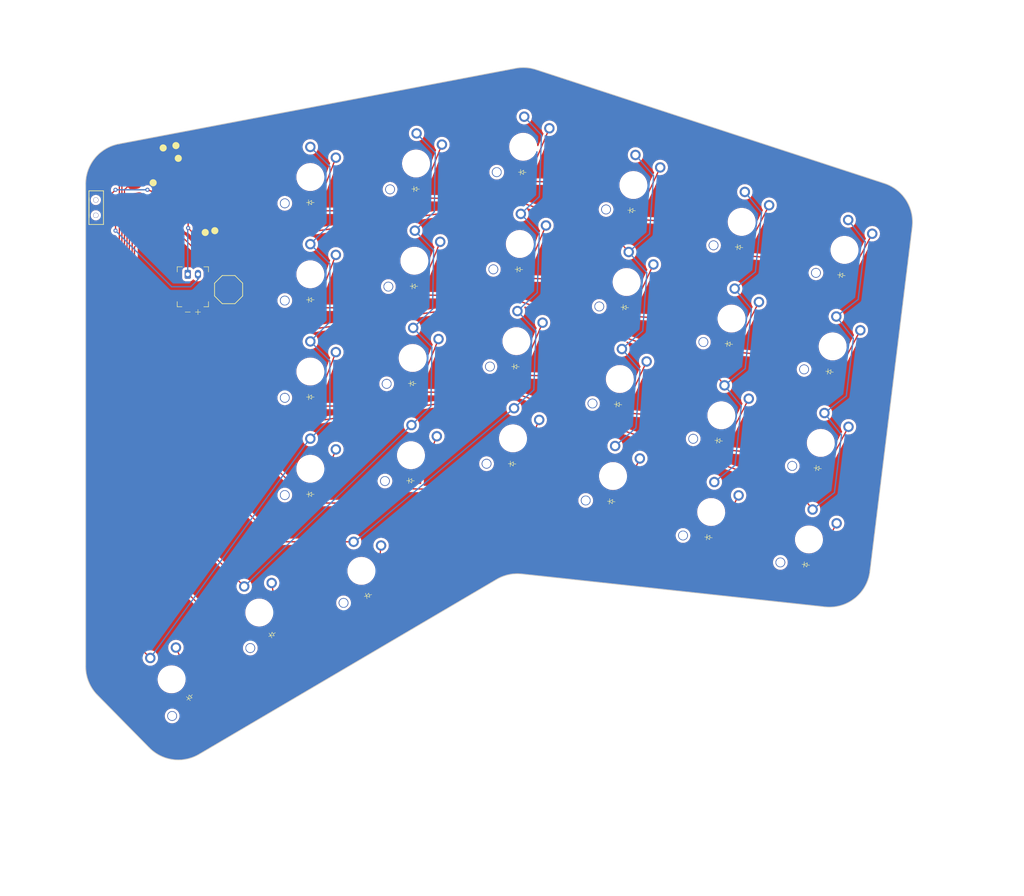
<source format=kicad_pcb>
(kicad_pcb (version 20241229) (generator "pcbnew") (generator_version "9.0")
  (title_block (title "biggie-splays_choc_v2_right") (rev "v1.0.0") (company "Unknown"))
  (layers (0 "F.Cu" signal) (2 "B.Cu" signal) (13 "F.Paste" user) (15 "B.Paste" user) (5 "F.SilkS" user "F.Silkscreen") (7 "B.SilkS" user "B.Silkscreen") (1 "F.Mask" user) (3 "B.Mask" user) (25 "Edge.Cuts" user))
  (net 0 "")
  (net 1 "D5")
  (net 2 "mirror_stretch_bottom")
  (net 3 "GND")
  (net 4 "D1")
  (net 5 "D2")
  (net 6 "mirror_stretch_home")
  (net 7 "mirror_stretch_high")
  (net 8 "mirror_stretch_num")
  (net 9 "D7")
  (net 10 "mirror_pinky_bottom")
  (net 11 "mirror_pinky_home")
  (net 12 "mirror_pinky_high")
  (net 13 "mirror_pinky_num")
  (net 14 "D9")
  (net 15 "mirror_ring_bottom")
  (net 16 "mirror_ring_home")
  (net 17 "mirror_ring_high")
  (net 18 "mirror_ring_num")
  (net 19 "D3")
  (net 20 "mirror_middle_bottom")
  (net 21 "mirror_middle_home")
  (net 22 "mirror_middle_high")
  (net 23 "mirror_middle_num")
  (net 24 "mirror_index_bottom")
  (net 25 "mirror_index_home")
  (net 26 "mirror_index_high")
  (net 27 "mirror_index_num")
  (net 28 "D0")
  (net 29 "mirror_inner_bottom")
  (net 30 "mirror_inner_home")
  (net 31 "mirror_inner_high")
  (net 32 "mirror_inner_num")
  (net 33 "mirror_near_fan")
  (net 34 "mirror_mid_fan")
  (net 35 "mirror_far_fan")
  (net 36 "D4")
  (net 37 "D6")
  (net 38 "D8")
  (net 39 "D10")
  (net 40 "RAW3V3")
  (net 41 "RAW5V")
  (net 42 "RST")
  (net 43 "BAT")
  (net 44 "BATCON")
  (footprint "E73:SPDT_C128955" (layer "F.Cu") (at 143.25801 90.679389 90)
    (property "Reference" "T1" (hide yes))
    (property "Value" "" (hide yes))
  )
  (footprint "E73:SW_TACT_ALPS_SKQGABE010" (layer "F.Cu") (at 169.258009 106.729392 90)
    (property "Reference" "B1" (hide yes))
    (property "Value" "" (hide yes))
  )
  (footprint "ceoloide:diode_tht_sod123" (layer "F.Cu") (at 246.826442 110.232611 -4)
    (property "Reference" "D11" (hide yes))
    (property "Value" "")
  )
  (footprint "ceoloide:diode_tht_sod123" (layer "F.Cu") (at 267.196008 117.380806 -6)
    (property "Reference" "D7" (hide yes))
    (property "Value" "")
  )
  (footprint "ceoloide:diode_tht_sod123" (layer "F.Cu") (at 265.204742 136.326447 -6)
    (property "Reference" "D6" (hide yes))
    (property "Value" "")
  )
  (footprint "ceoloide:diode_tht_sod123" (layer "F.Cu") (at 263.213478 155.272089 -6)
    (property "Reference" "D5" (hide yes))
    (property "Value" "")
  )
  (footprint "ceoloide:diode_tht_sod123" (layer "F.Cu") (at 185.258007 108.729392)
    (property "Reference" "D23" (hide yes))
    (property "Value" "")
  )
  (footprint "ceoloide:diode_tht_sod123" (layer "F.Cu") (at 177.759047 174.322073 30)
    (property "Reference" "D26" (hide yes))
    (property "Value" "")
  )
  (footprint "ceoloide:diode_tht_sod123" (layer "F.Cu") (at 225.425214 121.826536 -2)
    (property "Reference" "D14" (hide yes))
    (property "Value" "")
  )
  (footprint "ceoloide:diode_tht_sod123" (layer "F.Cu") (at 205.86752 87.030731 -1)
    (property "Reference" "D20" (hide yes))
    (property "Value" "")
  )
  (footprint "ceoloide:diode_tht_sod123" (layer "F.Cu") (at 282.264696 160.634582 -7)
    (property "Reference" "D1" (hide yes))
    (property "Value" "")
  )
  (footprint "ceoloide:diode_tht_sod123" (layer "F.Cu") (at 185.258007 89.679389)
    (property "Reference" "D24" (hide yes))
    (property "Value" "")
  )
  (footprint "ceoloide:diode_tht_sod123" (layer "F.Cu") (at 226.75489 83.749745 -2)
    (property "Reference" "D16" (hide yes))
    (property "Value" "")
  )
  (footprint "ceoloide:diode_tht_sod123" (layer "F.Cu") (at 204.870112 144.172022 -1)
    (property "Reference" "D17" (hide yes))
    (property "Value" "")
  )
  (footprint "ceoloide:diode_tht_sod123" (layer "F.Cu") (at 244.16872 148.239802 -4)
    (property "Reference" "D9" (hide yes))
    (property "Value" "")
  )
  (footprint "ceoloide:diode_tht_sod123" (layer "F.Cu") (at 196.552104 166.659022 15)
    (property "Reference" "D25" (hide yes))
    (property "Value" "")
  )
  (footprint "ceoloide:diode_tht_sod123" (layer "F.Cu") (at 284.586305 141.726576 -7)
    (property "Reference" "D2" (hide yes))
    (property "Value" "")
  )
  (footprint "ceoloide:diode_tht_sod123" (layer "F.Cu") (at 205.535049 106.077829 -1)
    (property "Reference" "D19" (hide yes))
    (property "Value" "")
  )
  (footprint "ceoloide:diode_tht_sod123" (layer "F.Cu") (at 185.258011 127.779387)
    (property "Reference" "D22" (hide yes))
    (property "Value" "")
  )
  (footprint "ceoloide:battery_connector_jst_ph_2" (layer "F.Cu") (at 162.258007 103.729389)
    (property "Reference" "JST1" (hide yes))
    (property "Value" "")
  )
  (footprint "ceoloide:diode_tht_sod123" (layer "F.Cu") (at 248.155298 91.229014 -4)
    (property "Reference" "D12" (hide yes))
    (property "Value" "")
  )
  (footprint "ceoloide:diode_tht_sod123" (layer "F.Cu") (at 286.907919 122.818573 -7)
    (property "Reference" "D3" (hide yes))
    (property "Value" "")
  )
  (footprint "ceoloide:diode_tht_sod123" (layer "F.Cu") (at 185.25801 146.829392)
    (property "Reference" "D21" (hide yes))
    (property "Value" "")
  )
  (footprint "ceoloide:diode_tht_sod123" (layer "F.Cu") (at 269.187278 98.435162 -6)
    (property "Reference" "D8" (hide yes))
    (property "Value" "")
  )
  (footprint "ceoloide:diode_tht_sod123" (layer "F.Cu") (at 245.49758 129.236205 -4)
    (property "Reference" "D10" (hide yes))
    (property "Value" "")
  )
  (footprint "xiao_smd" (layer "F.Cu") (at 159.25801 87.179386 10.5)
    (property "Reference" "MCU1" (hide yes))
    (property "Value" "")
  )
  (footprint "ceoloide:diode_tht_sod123" (layer "F.Cu") (at 224.760383 140.864929 -2)
    (property "Reference" "D13" (hide yes))
    (property "Value" "")
  )
  (footprint "ceoloide:diode_tht_sod123" (layer "F.Cu") (at 205.20258 125.124928 -1)
    (property "Reference" "D18" (hide yes))
    (property "Value" "")
  )
  (footprint "ceoloide:diode_tht_sod123" (layer "F.Cu") (at 226.090052 102.788143 -2)
    (property "Reference" "D15" (hide yes))
    (property "Value" "")
  )
  (footprint "ceoloide:diode_tht_sod123" (layer "F.Cu") (at 289.229527 103.910566 -7)
    (property "Reference" "D4" (hide yes))
    (property "Value" "")
  )
  (footprint "ceoloide:diode_tht_sod123" (layer "F.Cu") (at 161.632129 186.608654 45)
    (property "Reference" "D27" (hide yes))
    (property "Value" "")
  )
  (footprint "ceoloide:switch_choc_v1_v2" (layer "B.Cu") (at 185.258009 103.729392)
    (property "Reference" "S23" (hide yes))
    (property "Value" "")
  )
  (footprint "ceoloide:switch_choc_v1_v2" (layer "B.Cu") (at 267.718652 112.4082 -6)
    (property "Reference" "S7" (hide yes))
    (property "Value" "")
  )
  (footprint "ceoloide:switch_choc_v1_v2" (layer "B.Cu") (at 285.195651 136.763847 -7)
    (property "Reference" "S2" (hide yes))
    (property "Value" "")
  )
  (footprint "ceoloide:switch_choc_v1_v2" (layer "B.Cu") (at 175.259047 169.991944 30)
    (property "Reference" "S26" (hide yes))
    (property "Value" "")
  )
  (footprint "ceoloide:switch_choc_v1_v2" (layer "B.Cu") (at 195.25801 161.829387 15)
    (property "Reference" "S25" (hide yes))
    (property "Value" "")
  )
  (footprint "ceoloide:switch_choc_v1_v2" (layer "B.Cu") (at 158.096594 183.073118 45)
    (property "Reference" "S27" (hide yes))
    (property "Value" "")
  )
  (footprint "ceoloide:switch_choc_v1_v2" (layer "B.Cu") (at 185.258006 84.679393)
    (property "Reference" "S24" (hide yes))
    (property "Value" "")
  )
  (footprint "ceoloide:switch_choc_v1_v2" (layer "B.Cu") (at 289.838875 98.947841 -7)
    (property "Reference" "S4" (hide yes))
    (property "Value" "")
  )
  (footprint "ceoloide:switch_choc_v1_v2" (layer "B.Cu") (at 205.954781 82.031492 -1)
    (property "Reference" "S20" (hide yes))
    (property "Value" "")
  )
  (footprint "ceoloide:switch_choc_v1_v2" (layer "B.Cu") (at 226.264551 97.791192 -2)
    (property "Reference" "S15" (hide yes))
    (property "Value" "")
  )
  (footprint "ceoloide:switch_choc_v1_v2" (layer "B.Cu") (at 185.25801 141.829389)
    (property "Reference" "S21" (hide yes))
    (property "Value" "")
  )
  (footprint "ceoloide:switch_choc_v1_v2" (layer "B.Cu") (at 225.599718 116.829583 -2)
    (property "Reference" "S14" (hide yes))
    (property "Value" "")
  )
  (footprint "ceoloide:switch_choc_v1_v2" (layer "B.Cu") (at 204.957377 139.172785 -1)
    (property "Reference" "S17" (hide yes))
    (property "Value" "")
  )
  (footprint "ceoloide:switch_choc_v1_v2" (layer "B.Cu") (at 269.709917 93.462548 -6)
    (property "Reference" "S8" (hide yes))
    (property "Value" "")
  )
  (footprint "ceoloide:switch_choc_v1_v2" (layer "B.Cu") (at 287.517264 117.855845 -7)
    (property "Reference" "S3" (hide yes))
    (property "Value" "")
  )
  (footprint "ceoloide:switch_choc_v1_v2" (layer "B.Cu") (at 265.727385 131.353838 -6)
    (property "Reference" "S6" (hide yes))
    (property "Value" "")
  )
  (footprint "ceoloide:switch_choc_v1_v2" (layer "B.Cu") (at 224.93488 135.867981 -2)
    (property "Reference" "S13" (hide yes))
    (property "Value" "")
  )
  (footprint "ceoloide:switch_choc_v1_v2" (layer "B.Cu") (at 248.504084 86.241195 -4)
    (property "Reference" "S12" (hide yes))
    (property "Value" "")
  )
  (footprint "ceoloide:switch_choc_v1_v2" (layer "B.Cu") (at 185.258013 122.779394)
    (property "Reference" "S22" (hide yes))
    (property "Value" "")
  )
  (footprint "ceoloide:switch_choc_v1_v2" (layer "B.Cu") (at 226.92939 78.752796 -2)
    (property "Reference" "S16" (hide yes))
    (property "Value" "")
  )
  (footprint "ceoloide:switch_choc_v1_v2" (layer "B.Cu") (at 205.289841 120.125688 -1)
    (property "Reference" "S18" (hide yes))
    (property "Value" "")
  )
  (footprint "ceoloide:switch_choc_v1_v2" (layer "B.Cu") (at 245.846365 124.248387 -4)
    (property "Reference" "S10" (hide yes))
    (property "Value" "")
  )
  (footprint "ceoloide:switch_choc_v1_v2" (layer "B.Cu") (at 282.874044 155.671851 -7)
    (property "Reference" "S1" (hide yes))
    (property "Value" "")
  )
  (footprint "ceoloide:switch_choc_v1_v2" (layer "B.Cu") (at 247.175222 105.244792 -4)
    (property "Reference" "S11" (hide yes))
    (property "Value" "")
  )
  (footprint "ceoloide:switch_choc_v1_v2" (layer "B.Cu") (at 244.517502 143.251982 -4)
    (property "Reference" "S9" (hide yes))
    (property "Value" "")
  )
  (footprint "ceoloide:switch_choc_v1_v2" (layer "B.Cu") (at 205.622308 101.078589 -1)
    (property "Reference" "S19" (hide yes))
    (property "Value" "")
  )
  (footprint "ceoloide:switch_choc_v1_v2" (layer "B.Cu") (at 263.73612 150.29948 -6)
    (property "Reference" "S5" (hide yes))
    (property "Value" "")
  )
  (gr_line (start 163.475597 197.771032) (end 221.732256 163.50795) (stroke (width 0.15)) (layer "Edge.Cuts"))
  (gr_arc (start 141.258011 86.035505) (mid 143.09407 80.935911) (end 147.759471 78.177108) (stroke (width 0.15)) (layer "Edge.Cuts"))
  (gr_arc (start 221.732256 163.50795) (mid 224.106446 162.582419) (end 226.651236 162.45043) (stroke (width 0.15)) (layer "Edge.Cuts"))
  (gr_arc (start 294.83204 161.917332) (mid 291.86112 167.211705) (end 286.028367 168.895654) (stroke (width 0.15)) (layer "Edge.Cuts"))
  (gr_arc (start 225.455928 63.360951) (mid 227.463734 63.235578) (end 229.439337 63.61505) (stroke (width 0.15)) (layer "Edge.Cuts"))
  (gr_line (start 226.651238 162.450435) (end 286.028367 168.895654) (stroke (width 0.15)) (layer "Edge.Cuts"))
  (gr_line (start 143.556892 186.164679) (end 153.718803 196.48751) (stroke (width 0.15)) (layer "Edge.Cuts"))
  (gr_line (start 141.258011 86.035505) (end 141.258008 180.552437) (stroke (width 0.15)) (layer "Edge.Cuts"))
  (gr_arc (start 163.475594 197.771032) (mid 158.376506 198.806915) (end 153.718803 196.48751) (stroke (width 0.15)) (layer "Edge.Cuts"))
  (gr_line (start 225.455931 63.360951) (end 147.759471 78.177108) (stroke (width 0.15)) (layer "Edge.Cuts"))
  (gr_arc (start 297.656118 85.906314) (mid 301.92199 89.217868) (end 303.111622 94.485573) (stroke (width 0.15)) (layer "Edge.Cuts"))
  (gr_line (start 297.656118 85.906312) (end 229.439337 63.61505) (stroke (width 0.15)) (layer "Edge.Cuts"))
  (gr_arc (start 143.556892 186.164679) (mid 141.855018 183.584847) (end 141.258008 180.552437) (stroke (width 0.15)) (layer "Edge.Cuts"))
  (gr_line (start 294.832043 161.91733) (end 303.111622 94.485573) (stroke (width 0.15)) (layer "Edge.Cuts"))
  (segment (start 174.624328 134.105547) (end 225.177469 127.000764) (width 0.25) (layer "F.Cu") (net 1))
  (segment (start 151.20989 93.562958) (end 150.377681 94.395166) (width 0.25) (layer "F.Cu") (net 1))
  (segment (start 225.177469 127.000764) (end 280.706245 146.120855) (width 0.25) (layer "F.Cu") (net 1))
  (segment (start 152.691366 93.562956) (end 151.20989 93.562958) (width 0.25) (layer "F.Cu") (net 1))
  (segment (start 150.377681 109.8589) (end 174.624328 134.105547) (width 0.25) (layer "F.Cu") (net 1))
  (segment (start 150.377682 106.829082) (end 150.377681 106.943872) (width 0.25) (layer "F.Cu") (net 1))
  (segment (start 280.706245 146.120855) (end 283.593072 149.81583) (width 0.25) (layer "F.Cu") (net 1))
  (segment (start 150.377681 106.943872) (end 150.377681 109.8589) (width 0.25) (layer "F.Cu") (net 1))
  (segment (start 150.377681 94.395166) (end 150.377682 106.829082) (width 0.25) (layer "F.Cu") (net 1))
  (segment (start 288.236294 111.999823) (end 291.578307 116.277398) (width 0.25) (layer "B.Cu") (net 1))
  (segment (start 285.914681 130.907822) (end 289.256695 135.185409) (width 0.25) (layer "B.Cu") (net 1))
  (segment (start 289.256695 135.185409) (end 287.870655 146.473807) (width 0.25) (layer "B.Cu") (net 1))
  (segment (start 293.899919 97.369401) (end 292.51388 108.657801) (width 0.25) (layer "B.Cu") (net 1))
  (segment (start 287.870655 146.473807) (end 283.59307 149.815827) (width 0.25) (layer "B.Cu") (net 1))
  (segment (start 291.578307 116.277398) (end 290.192268 127.565814) (width 0.25) (layer "B.Cu") (net 1))
  (segment (start 290.192268 127.565814) (end 285.914681 130.907822) (width 0.25) (layer "B.Cu") (net 1))
  (segment (start 292.51388 108.657801) (end 288.236294 111.999823) (width 0.25) (layer "B.Cu") (net 1))
  (segment (start 290.557903 93.091818) (end 293.899919 97.369401) (width 0.25) (layer "B.Cu") (net 1))
  (segment (start 288.299874 152.509523) (end 283.891585 160.800308) (width 0.25) (layer "F.Cu") (net 2))
  (segment (start 283.891585 160.800308) (end 283.902396 160.835664) (width 0.25) (layer "F.Cu") (net 2))
  (segment (start 161.332551 85.28792) (end 161.332551 94.671658) (width 0.25) (layer "F.Cu") (net 3))
  (segment (start 170.290288 103.629394) (end 161.332551 94.671658) (width 0.25) (layer "F.Cu") (net 3))
  (segment (start 171.108012 109.829396) (end 171.10801 103.629395) (width 0.25) (layer "F.Cu") (net 3))
  (segment (start 171.10801 103.629395) (end 171.108012 103.629391) (width 0.25) (layer "F.Cu") (net 3))
  (segment (start 165.824655 80.795816) (end 161.332551 85.28792) (width 0.25) (layer "F.Cu") (net 3))
  (segment (start 171.108012 103.629391) (end 170.290288 103.629394) (width 0.25) (layer "F.Cu") (net 3))
  (via (at 161.332551 94.671658) (size 0.8) (drill 0.4) (layers "F.Cu" "B.Cu") (net 3))
  (segment (start 161.25801 94.746197) (end 161.258007 103.729389) (width 0.25) (layer "B.Cu") (net 3))
  (segment (start 161.332551 94.671658) (end 161.25801 94.746197) (width 0.25) (layer "B.Cu") (net 3))
  (segment (start 148.367292 84.676628) (end 148.367291 87.176627) (width 0.25) (layer "F.Cu") (net 4))
  (segment (start 161.230582 188.540558) (end 160.465402 187.775375) (width 0.25) (layer "F.Cu") (net 4))
  (segment (start 149.470825 83.57309) (end 148.867288 84.176625) (width 0.25) (layer "F.Cu") (net 4))
  (segment (start 176.330106 175.147069) (end 176.330106 181.539998) (width 0.25) (layer "F.Cu") (net 4))
  (segment (start 150.839853 83.573092) (end 149.470825 83.57309) (width 0.25) (layer "F.Cu") (net 4))
  (segment (start 176.330106 181.539998) (end 169.329549 188.540554) (width 0.25) (layer "F.Cu") (net 4))
  (segment (start 148.867288 84.176625) (end 148.367292 84.676628) (width 0.25) (layer "F.Cu") (net 4))
  (segment (start 194.958325 167.08607) (end 186.897326 175.147072) (width 0.25) (layer "F.Cu") (net 4))
  (segment (start 148.367287 96.42663) (end 148.367287 153.328295) (width 0.25) (layer "F.Cu") (net 4))
  (segment (start 186.897326 175.147072) (end 176.330106 175.147069) (width 0.25) (layer "F.Cu") (net 4))
  (segment (start 148.367287 153.328295) (end 170.186061 175.147071) (width 0.25) (layer "F.Cu") (net 4))
  (segment (start 170.186061 175.147071) (end 176.330106 175.147069) (width 0.25) (layer "F.Cu") (net 4))
  (segment (start 148.367291 87.176627) (end 148.367287 96.42663) (width 0.25) (layer "F.Cu") (net 4))
  (segment (start 169.329549 188.540554) (end 161.230582 188.540558) (width 0.25) (layer "F.Cu") (net 4))
  (segment (start 148.86729 87.176627) (end 148.867285 89.176626) (width 0.25) (layer "F.Cu") (net 5))
  (segment (start 148.867294 141.440639) (end 172.309045 164.882394) (width 0.25) (layer "F.Cu") (net 5))
  (segment (start 148.867294 96.426622) (end 148.867294 141.440639) (width 0.25) (layer "F.Cu") (net 5))
  (segment (start 151.302734 86.070558) (end 149.973358 86.070556) (width 0.25) (layer "F.Cu") (net 5))
  (segment (start 148.867285 89.176626) (end 148.867294 96.426622) (width 0.25) (layer "F.Cu") (net 5))
  (segment (start 149.973358 86.070556) (end 148.86729 87.176627) (width 0.25) (layer "F.Cu") (net 5))
  (segment (start 209.064 118.028209) (end 208.861968 129.602506) (width 0.25) (layer "B.Cu") (net 5))
  (segment (start 209.194434 110.555403) (end 205.392812 114.226588) (width 0.25) (layer "B.Cu") (net 5))
  (segment (start 205.060344 133.273683) (end 172.328223 164.882727) (width 0.25) (layer "B.Cu") (net 5))
  (segment (start 172.328223 164.882727) (end 172.309046 164.882391) (width 0.25) (layer "B.Cu") (net 5))
  (segment (start 209.728934 79.934011) (end 209.526905 91.508304) (width 0.25) (layer "B.Cu") (net 5))
  (segment (start 205.725284 95.179489) (end 209.396462 98.981109) (width 0.25) (layer "B.Cu") (net 5))
  (segment (start 206.057748 76.132391) (end 209.728934 79.934011) (width 0.25) (layer "B.Cu") (net 5))
  (segment (start 209.526905 91.508304) (end 205.725284 95.179489) (width 0.25) (layer "B.Cu") (net 5))
  (segment (start 205.392812 114.226588) (end 209.064 118.028209) (width 0.25) (layer "B.Cu") (net 5))
  (segment (start 208.861968 129.602506) (end 205.060347 133.273683) (width 0.25) (layer "B.Cu") (net 5))
  (segment (start 209.396462 98.981109) (end 209.194434 110.555403) (width 0.25) (layer "B.Cu") (net 5))
  (segment (start 290.621486 133.601516) (end 286.213196 141.892303) (width 0.25) (layer "F.Cu") (net 6))
  (segment (start 286.213196 141.892303) (end 286.224004 141.927659) (width 0.25) (layer "F.Cu") (net 6))
  (segment (start 292.943094 114.693513) (end 288.534807 122.984293) (width 0.25) (layer "F.Cu") (net 7))
  (segment (start 288.534807 122.984293) (end 288.545618 123.019655) (width 0.25) (layer "F.Cu") (net 7))
  (segment (start 290.856419 104.076296) (end 290.867227 104.111652) (width 0.25) (layer "F.Cu") (net 8))
  (segment (start 295.26471 95.785511) (end 290.856419 104.076296) (width 0.25) (layer "F.Cu") (net 8))
  (segment (start 175.332549 100.476653) (end 175.33255 109.359618) (width 0.25) (layer "F.Cu") (net 9))
  (segment (start 263.352195 121.791458) (end 225.725324 108.835488) (width 0.25) (layer "F.Cu") (net 9))
  (segment (start 225.725324 108.835488) (end 187.945673 114.145074) (width 0.25) (layer "F.Cu") (net 9))
  (segment (start 266.344103 125.486159) (end 263.352195 121.791458) (width 0.25) (layer "F.Cu") (net 9))
  (segment (start 187.945673 114.145074) (end 181.082552 115.109621) (width 0.25) (layer "F.Cu") (net 9))
  (segment (start 168.139051 93.283152) (end 175.332549 100.476653) (width 0.25) (layer "F.Cu") (net 9))
  (segment (start 175.33255 109.359618) (end 181.082552 115.109621) (width 0.25) (layer "F.Cu") (net 9))
  (segment (start 268.335376 106.540515) (end 271.616331 110.592162) (width 0.25) (layer "B.Cu") (net 9))
  (segment (start 272.387019 103.259564) (end 268.335376 106.540515) (width 0.25) (layer "B.Cu") (net 9))
  (segment (start 270.39575 122.205199) (end 266.344104 125.486158) (width 0.25) (layer "B.Cu") (net 9))
  (segment (start 269.625064 129.537808) (end 268.40448 141.150843) (width 0.25) (layer "B.Cu") (net 9))
  (segment (start 270.326635 87.594869) (end 273.607598 91.646521) (width 0.25) (layer "B.Cu") (net 9))
  (segment (start 266.344104 125.486158) (end 269.625064 129.537808) (width 0.25) (layer "B.Cu") (net 9))
  (segment (start 271.616331 110.592162) (end 270.39575 122.205199) (width 0.25) (layer "B.Cu") (net 9))
  (segment (start 268.40448 141.150843) (end 264.352835 144.431803) (width 0.25) (layer "B.Cu") (net 9))
  (segment (start 273.607598 91.646521) (end 272.387019 103.259564) (width 0.25) (layer "B.Cu") (net 9))
  (segment (start 264.843012 155.409401) (end 264.854437 155.444559) (width 0.25) (layer "F.Cu") (net 10))
  (segment (start 269.105938 147.042944) (end 264.843012 155.409401) (width 0.25) (layer "F.Cu") (net 10))
  (segment (start 266.834282 136.463759) (end 266.845705 136.498919) (width 0.25) (layer "F.Cu") (net 11))
  (segment (start 271.097206 128.097302) (end 266.834282 136.463759) (width 0.25) (layer "F.Cu") (net 11))
  (segment (start 273.088477 109.151657) (end 268.825547 117.518123) (width 0.25) (layer "F.Cu") (net 12))
  (segment (start 268.825547 117.518123) (end 268.836967 117.553278) (width 0.25) (layer "F.Cu") (net 12))
  (segment (start 275.079737 90.206011) (end 270.816815 98.572474) (width 0.25) (layer "F.Cu") (net 13))
  (segment (start 270.816815 98.572474) (end 270.828238 98.607635) (width 0.25) (layer "F.Cu") (net 13))
  (segment (start 173.794958 88.288221) (end 181.45163 95.944892) (width 0.25) (layer "F.Cu") (net 14))
  (segment (start 244.569377 95.88803) (end 247.586785 99.359162) (width 0.25) (layer "F.Cu") (net 14))
  (segment (start 167.213292 88.288221) (end 173.794958 88.288221) (width 0.25) (layer "F.Cu") (net 14))
  (segment (start 181.45163 95.944892) (end 226.39175 89.62897) (width 0.25) (layer "F.Cu") (net 14))
  (segment (start 226.39175 89.62897) (end 244.569377 95.88803) (width 0.25) (layer "F.Cu") (net 14))
  (segment (start 252.459975 84.432851) (end 251.664069 95.81483) (width 0.25) (layer "B.Cu") (net 14))
  (segment (start 246.257926 118.362758) (end 249.802252 122.440042) (width 0.25) (layer "B.Cu") (net 14))
  (segment (start 251.664069 95.81483) (end 247.586783 99.359164) (width 0.25) (layer "B.Cu") (net 14))
  (segment (start 247.586783 99.359164) (end 251.131117 103.436443) (width 0.25) (layer "B.Cu") (net 14))
  (segment (start 249.006347 133.822023) (end 244.929067 137.366351) (width 0.25) (layer "B.Cu") (net 14))
  (segment (start 249.802252 122.440042) (end 249.006347 133.822023) (width 0.25) (layer "B.Cu") (net 14))
  (segment (start 251.131117 103.436443) (end 250.335204 114.818429) (width 0.25) (layer "B.Cu") (net 14))
  (segment (start 248.915649 80.355571) (end 252.459975 84.432851) (width 0.25) (layer "B.Cu") (net 14))
  (segment (start 250.335204 114.818429) (end 246.257926 118.362758) (width 0.25) (layer "B.Cu") (net 14))
  (segment (start 249.7704 139.810018) (end 245.802055 148.320161) (width 0.25) (layer "F.Cu") (net 15))
  (segment (start 245.802055 148.320161) (end 245.814699 148.3549) (width 0.25) (layer "F.Cu") (net 15))
  (segment (start 247.130916 129.316564) (end 247.143557 129.351301) (width 0.25) (layer "F.Cu") (net 16))
  (segment (start 251.099259 120.806423) (end 247.130916 129.316564) (width 0.25) (layer "F.Cu") (net 16))
  (segment (start 248.459778 110.312966) (end 248.472422 110.347712) (width 0.25) (layer "F.Cu") (net 17))
  (segment (start 252.428121 101.802833) (end 248.459778 110.312966) (width 0.25) (layer "F.Cu") (net 17))
  (segment (start 253.756978 82.79924) (end 249.788638 91.309373) (width 0.25) (layer "F.Cu") (net 18))
  (segment (start 249.788638 91.309373) (end 249.801279 91.344115) (width 0.25) (layer "F.Cu") (net 18))
  (segment (start 149.36729 89.676628) (end 149.367286 90.676627) (width 0.25) (layer "F.Cu") (net 19))
  (segment (start 149.367289 126.778299) (end 178.719416 156.130425) (width 0.25) (layer "F.Cu") (net 19))
  (segment (start 151.765608 88.568027) (end 150.475894 88.56802) (width 0.25) (layer "F.Cu") (net 19))
  (segment (start 149.367289 94.676626) (end 149.367289 126.778299) (width 0.25) (layer "F.Cu") (net 19))
  (segment (start 178.719416 156.130425) (end 193.730975 156.130425) (width 0.25) (layer "F.Cu") (net 19))
  (segment (start 150.475894 88.56802) (end 149.36729 89.676628) (width 0.25) (layer "F.Cu") (net 19))
  (segment (start 149.367286 90.676627) (end 149.367289 94.676626) (width 0.25) (layer "F.Cu") (net 19))
  (segment (start 229.680502 107.319792) (end 225.805621 110.933173) (width 0.25) (layer "B.Cu") (net 19))
  (segment (start 230.083841 95.769655) (end 229.680502 107.319792) (width 0.25) (layer "B.Cu") (net 19))
  (segment (start 230.086764 88.522521) (end 226.47046 91.894779) (width 0.25) (layer "B.Cu") (net 19))
  (segment (start 229.419005 114.808056) (end 229.015666 126.358192) (width 0.25) (layer "B.Cu") (net 19))
  (segment (start 225.140786 129.971571) (end 193.943698 156.149036) (width 0.25) (layer "B.Cu") (net 19))
  (segment (start 229.015666 126.358192) (end 225.140785 129.971574) (width 0.25) (layer "B.Cu") (net 19))
  (segment (start 230.50755 76.472687) (end 230.086764 88.522521) (width 0.25) (layer "B.Cu") (net 19))
  (segment (start 225.805621 110.933173) (end 229.419005 114.808056) (width 0.25) (layer "B.Cu") (net 19))
  (segment (start 193.943698 156.149036) (end 193.730974 156.130425) (width 0.25) (layer "B.Cu") (net 19))
  (segment (start 226.47046 91.894779) (end 230.083841 95.769655) (width 0.25) (layer "B.Cu") (net 19))
  (segment (start 227.135294 72.856383) (end 230.50755 76.472687) (width 0.25) (layer "B.Cu") (net 19))
  (segment (start 230.064452 132.244791) (end 226.39553 140.888233) (width 0.25) (layer "F.Cu") (net 20))
  (segment (start 226.39553 140.888233) (end 226.409383 140.922516) (width 0.25) (layer "F.Cu") (net 20))
  (segment (start 227.060362 121.849837) (end 227.074214 121.88412) (width 0.25) (layer "F.Cu") (net 21))
  (segment (start 230.729287 113.206391) (end 227.060362 121.849837) (width 0.25) (layer "F.Cu") (net 21))
  (segment (start 231.394125 94.168) (end 227.725199 102.811444) (width 0.25) (layer "F.Cu") (net 22))
  (segment (start 227.725199 102.811444) (end 227.739048 102.845729) (width 0.25) (layer "F.Cu") (net 22))
  (segment (start 228.390033 83.773047) (end 228.403885 83.807329) (width 0.25) (layer "F.Cu") (net 23))
  (segment (start 232.05896 75.129601) (end 228.390033 83.773047) (width 0.25) (layer "F.Cu") (net 23))
  (segment (start 206.505414 144.166786) (end 206.519861 144.200823) (width 0.25) (layer "F.Cu") (net 24))
  (segment (start 210.022934 135.460626) (end 206.505414 144.166786) (width 0.25) (layer "F.Cu") (net 24))
  (segment (start 210.355401 116.41353) (end 206.837884 125.119684) (width 0.25) (layer "F.Cu") (net 25))
  (segment (start 206.837884 125.119684) (end 206.852335 125.153722) (width 0.25) (layer "F.Cu") (net 25))
  (segment (start 207.170349 106.072589) (end 207.184798 106.106624) (width 0.25) (layer "F.Cu") (net 26))
  (segment (start 210.687872 97.366427) (end 207.170349 106.072589) (width 0.25) (layer "F.Cu") (net 26))
  (segment (start 211.020336 78.319334) (end 207.502824 87.025493) (width 0.25) (layer "F.Cu") (net 27))
  (segment (start 207.502824 87.025493) (end 207.517271 87.059527) (width 0.25) (layer "F.Cu") (net 27))
  (segment (start 148.718293 81.07562) (end 148.36729 81.426627) (width 0.25) (layer "F.Cu") (net 28))
  (segment (start 147.867289 87.926626) (end 147.867289 96.426628) (width 0.25) (layer "F.Cu") (net 28))
  (segment (start 147.867291 172.843819) (end 153.924662 178.901188) (width 0.25) (layer "F.Cu") (net 28))
  (segment (start 147.867288 81.926628) (end 147.867289 87.926626) (width 0.25) (layer "F.Cu") (net 28))
  (segment (start 148.36729 81.426627) (end 147.867288 81.926628) (width 0.25) (layer "F.Cu") (net 28))
  (segment (start 147.867289 96.426628) (end 147.867291 172.843819) (width 0.25) (layer "F.Cu") (net 28))
  (segment (start 150.37697 81.075625) (end 148.718293 81.07562) (width 0.25) (layer "F.Cu") (net 28))
  (segment (start 189.088646 132.098757) (end 185.258008 135.929389) (width 0.25) (layer "B.Cu") (net 28))
  (segment (start 185.258009 116.879389) (end 189.088643 120.710029) (width 0.25) (layer "B.Cu") (net 28))
  (segment (start 185.25801 78.779396) (end 189.088642 82.610021) (width 0.25) (layer "B.Cu") (net 28))
  (segment (start 189.088642 82.610021) (end 189.088648 93.99876) (width 0.25) (layer "B.Cu") (net 28))
  (segment (start 189.088643 120.710029) (end 189.088646 132.098757) (width 0.25) (layer "B.Cu") (net 28))
  (segment (start 153.924661 178.901189) (end 185.13087 135.949526) (width 0.25) (layer "B.Cu") (net 28))
  (segment (start 189.088648 93.99876) (end 185.258008 97.829392) (width 0.25) (layer "B.Cu") (net 28))
  (segment (start 189.088644 101.660025) (end 189.088644 113.048758) (width 0.25) (layer "B.Cu") (net 28))
  (segment (start 185.13087 135.949526) (end 185.258008 135.92939) (width 0.25) (layer "B.Cu") (net 28))
  (segment (start 185.258008 97.829392) (end 189.088644 101.660025) (width 0.25) (layer "B.Cu") (net 28))
  (segment (start 189.088644 113.048758) (end 185.258009 116.879389) (width 0.25) (layer "B.Cu") (net 28))
  (segment (start 186.892976 146.795616) (end 186.908013 146.82939) (width 0.25) (layer "F.Cu") (net 29))
  (segment (start 190.258008 138.029389) (end 186.892976 146.795616) (width 0.25) (layer "F.Cu") (net 29))
  (segment (start 190.258012 118.979391) (end 186.892978 127.745617) (width 0.25) (layer "F.Cu") (net 30))
  (segment (start 186.892978 127.745617) (end 186.908012 127.779386) (width 0.25) (layer "F.Cu") (net 30))
  (segment (start 190.258013 99.929391) (end 186.892971 108.695622) (width 0.25) (layer "F.Cu") (net 31))
  (segment (start 186.892971 108.695622) (end 186.908008 108.729392) (width 0.25) (layer "F.Cu") (net 31))
  (segment (start 186.892974 89.645616) (end 186.90801 89.679391) (width 0.25) (layer "F.Cu") (net 32))
  (segment (start 190.258014 80.879391) (end 186.892974 89.645616) (width 0.25) (layer "F.Cu") (net 32))
  (segment (start 199.104127 156.864776) (end 198.12261 166.203238) (width 0.25) (layer "F.Cu") (net 33))
  (segment (start 198.12261 166.203238) (end 198.145883 166.231971) (width 0.25) (layer "F.Cu") (net 33))
  (segment (start 177.68917 164.201048) (end 179.158078 173.47534) (width 0.25) (layer "F.Cu") (net 34))
  (segment (start 179.158078 173.47534) (end 179.187989 173.49707) (width 0.25) (layer "F.Cu") (net 34))
  (segment (start 158.945125 176.850579) (end 162.764342 185.428675) (width 0.25) (layer "F.Cu") (net 35))
  (segment (start 162.764342 185.428675) (end 162.798856 185.441924) (width 0.25) (layer "F.Cu") (net 35))
  (segment (start 261.572516 155.099621) (end 261.571369 155.112773) (width 0.25) (layer "F.Cu") (net 36))
  (segment (start 203.220361 144.143226) (end 204.776447 145.754602) (width 0.25) (layer "F.Cu") (net 36))
  (segment (start 278.818885 158.278677) (end 280.626995 160.433497) (width 0.25) (layer "F.Cu") (net 36))
  (segment (start 223.105194 140.984733) (end 224.443246 142.419619) (width 0.25) (layer "F.Cu") (net 36))
  (segment (start 149.838645 95.843952) (end 149.838644 96.343949) (width 0.25) (layer "F.Cu") (net 36))
  (segment (start 224.443246 142.419619) (end 237.632148 142.880184) (width 0.25) (layer "F.Cu") (net 36))
  (segment (start 242.522737 148.124702) (end 242.519828 148.1663) (width 0.25) (layer "F.Cu") (net 36))
  (segment (start 217.753787 145.981121) (end 223.111389 140.80735) (width 0.25) (layer "F.Cu") (net 36))
  (segment (start 151.3671 91.06549) (end 149.838642 92.59395) (width 0.25) (layer "F.Cu") (net 36))
  (segment (start 185.319176 148.540561) (end 198.823032 148.540558) (width 0.25) (layer "F.Cu") (net 36))
  (segment (start 223.111389 140.807349) (end 223.105194 140.984733) (width 0.25) (layer "F.Cu") (net 36))
  (segment (start 198.823032 148.540558) (end 203.22036 144.143225) (width 0.25) (layer "F.Cu") (net 36))
  (segment (start 183.608009 146.829392) (end 185.319176 148.540561) (width 0.25) (layer "F.Cu") (net 36))
  (segment (start 237.632148 142.880184) (end 242.522737 148.124702) (width 0.25) (layer "F.Cu") (net 36))
  (segment (start 149.838642 92.59395) (end 149.838644 94.593949) (width 0.25) (layer "F.Cu") (net 36))
  (segment (start 204.776447 145.754602) (end 217.753787 145.981121) (width 0.25) (layer "F.Cu") (net 36))
  (segment (start 242.519828 148.1663) (end 244.114968 150.001294) (width 0.25) (layer "F.Cu") (net 36))
  (segment (start 152.228483 91.065493) (end 151.3671 91.06549) (width 0.25) (layer "F.Cu") (net 36))
  (segment (start 263.071859 156.900992) (end 278.818885 158.278677) (width 0.25) (layer "F.Cu") (net 36))
  (segment (start 257.983641 150.971087) (end 261.572516 155.099621) (width 0.25) (layer "F.Cu") (net 36))
  (segment (start 244.114968 150.001294) (end 257.983641 150.971087) (width 0.25) (layer "F.Cu") (net 36))
  (segment (start 261.571369 155.112773) (end 263.071859 156.900992) (width 0.25) (layer "F.Cu") (net 36))
  (segment (start 149.838644 113.060024) (end 183.608009 146.829392) (width 0.25) (layer "F.Cu") (net 36))
  (segment (start 149.838644 96.343949) (end 149.838644 113.060024) (width 0.25) (layer "F.Cu") (net 36))
  (segment (start 149.838644 94.593949) (end 149.838645 95.843952) (width 0.25) (layer "F.Cu") (net 36))
  (segment (start 259.778576 131.799592) (end 263.563784 136.153977) (width 0.25) (layer "F.Cu") (net 37))
  (segment (start 150.828681 98.385988) (end 150.828681 106.757062) (width 0.25) (layer "F.Cu") (net 37))
  (segment (start 225.333688 123.439134) (end 238.99804 123.916301) (width 0.25) (layer "F.Cu") (net 37))
  (segment (start 238.99804 123.916301) (end 243.8516 129.121107) (width 0.25) (layer "F.Cu") (net 37))
  (segment (start 150.828681 106.757062) (end 169.79513 125.723512) (width 0.25) (layer "F.Cu") (net 37))
  (segment (start 183.608007 127.779387) (end 185.369176 129.540556) (width 0.25) (layer "F.Cu") (net 37))
  (segment (start 281.1754 139.412267) (end 282.948605 141.525494) (width 0.25) (layer "F.Cu") (net 37))
  (segment (start 185.369176 129.540556) (end 199.108409 129.540557) (width 0.25) (layer "F.Cu") (net 37))
  (segment (start 263.551339 136.296204) (end 264.976868 137.995079) (width 0.25) (layer "F.Cu") (net 37))
  (segment (start 203.55283 125.096131) (end 203.552725 125.102221) (width 0.25) (layer "F.Cu") (net 37))
  (segment (start 243.845201 129.212581) (end 245.208389 130.780746) (width 0.25) (layer "F.Cu") (net 37))
  (segment (start 263.563788 136.153979) (end 263.551339 136.296204) (width 0.25) (layer "F.Cu") (net 37))
  (segment (start 181.552133 125.723511) (end 183.608008 127.779386) (width 0.25) (layer "F.Cu") (net 37))
  (segment (start 199.108409 129.540557) (end 203.55283 125.09613) (width 0.25) (layer "F.Cu") (net 37))
  (segment (start 223.776218 121.768955) (end 225.333688 123.439134) (width 0.25) (layer "F.Cu") (net 37))
  (segment (start 169.79513 125.723512) (end 181.552133 125.723511) (width 0.25) (layer "F.Cu") (net 37))
  (segment (start 243.851599 129.121107) (end 243.845201 129.212581) (width 0.25) (layer "F.Cu") (net 37))
  (segment (start 264.976868 137.995079) (end 281.1754 139.412267) (width 0.25) (layer "F.Cu") (net 37))
  (segment (start 203.552725 125.102221) (end 205.151945 126.758262) (width 0.25) (layer "F.Cu") (net 37))
  (segment (start 218.370707 126.988998) (end 223.776221 121.768952) (width 0.25) (layer "F.Cu") (net 37))
  (segment (start 205.151945 126.758262) (end 218.370707 126.988998) (width 0.25) (layer "F.Cu") (net 37))
  (segment (start 153.154244 96.060425) (end 150.828681 98.385988) (width 0.25) (layer "F.Cu") (net 37))
  (segment (start 245.208389 130.780746) (end 259.778576 131.799592) (width 0.25) (layer "F.Cu") (net 37))
  (segment (start 178.332551 102.921655) (end 183.608004 108.197108) (width 0.25) (layer "F.Cu") (net 38))
  (segment (start 178.332554 98.421655) (end 178.332551 102.921655) (width 0.25) (layer "F.Cu") (net 38))
  (segment (start 205.539617 107.762133) (end 218.987628 107.996874) (width 0.25) (layer "F.Cu") (net 38))
  (segment (start 226.046745 104.452454) (end 240.363935 104.952418) (width 0.25) (layer "F.Cu") (net 38))
  (segment (start 167.676168 90.785689) (end 170.696584 90.785689) (width 0.25) (layer "F.Cu") (net 38))
  (segment (start 245.180461 110.117515) (end 245.170576 110.258868) (width 0.25) (layer "F.Cu") (net 38))
  (segment (start 218.987628 107.996874) (end 224.441057 102.730562) (width 0.25) (layer "F.Cu") (net 38))
  (segment (start 265.555049 117.208336) (end 265.553104 117.230584) (width 0.25) (layer "F.Cu") (net 38))
  (segment (start 246.53376 111.827031) (end 261.805466 112.89493) (width 0.25) (layer "F.Cu") (net 38))
  (segment (start 170.696584 90.785689) (end 178.332554 98.421655) (width 0.25) (layer "F.Cu") (net 38))
  (segment (start 240.363935 104.952418) (end 245.180461 110.117515) (width 0.25) (layer "F.Cu") (net 38))
  (segment (start 261.805466 112.89493) (end 265.555049 117.208336) (width 0.25) (layer "F.Cu") (net 38))
  (segment (start 245.170576 110.258868) (end 246.53376 111.827031) (width 0.25) (layer "F.Cu") (net 38))
  (segment (start 266.903664 118.840121) (end 283.304657 120.275022) (width 0.25) (layer "F.Cu") (net 38))
  (segment (start 185.079548 110.290557) (end 199.643776 110.290558) (width 0.25) (layer "F.Cu") (net 38))
  (segment (start 183.608006 108.819016) (end 185.079548 110.290557) (width 0.25) (layer "F.Cu") (net 38))
  (segment (start 283.304657 120.275022) (end 285.270221 122.617487) (width 0.25) (layer "F.Cu") (net 38))
  (segment (start 203.885298 106.049034) (end 205.539617 107.762133) (width 0.25) (layer "F.Cu") (net 38))
  (segment (start 265.553104 117.230584) (end 266.903664 118.840121) (width 0.25) (layer "F.Cu") (net 38))
  (segment (start 183.608004 108.197108) (end 183.608006 108.729389) (width 0.25) (layer "F.Cu") (net 38))
  (segment (start 224.441055 102.730562) (end 226.046745 104.452454) (width 0.25) (layer "F.Cu") (net 38))
  (segment (start 199.643776 110.290558) (end 203.885298 106.049034) (width 0.25) (layer "F.Cu") (net 38))
  (segment (start 183.608008 108.729389) (end 183.608006 108.819016) (width 0.25) (layer "F.Cu") (net 38))
  (segment (start 226.682364 85.463069) (end 241.729823 85.988535) (width 0.25) (layer "F.Cu") (net 39))
  (segment (start 205.815133 88.76405) (end 219.604549 89.004747) (width 0.25) (layer "F.Cu") (net 39))
  (segment (start 183.608009 89.819016) (end 185.079546 91.290558) (width 0.25) (layer "F.Cu") (net 39))
  (segment (start 285.661169 101.408614) (end 287.591826 103.709485) (width 0.25) (layer "F.Cu") (net 39))
  (segment (start 166.750412 85.790754) (end 179.71937 85.790753) (width 0.25) (layer "F.Cu") (net 39))
  (segment (start 199.929146 91.290557) (end 204.217767 87.001935) (width 0.25) (layer "F.Cu") (net 39))
  (segment (start 248.050363 92.886686) (end 263.83236 93.990267) (width 0.25) (layer "F.Cu") (net 39))
  (segment (start 219.604549 89.004747) (end 225.105889 83.69216) (width 0.25) (layer "F.Cu") (net 39))
  (segment (start 225.105889 83.692161) (end 225.103187 83.769606) (width 0.25) (layer "F.Cu") (net 39))
  (segment (start 183.608009 89.679392) (end 183.608009 89.819016) (width 0.25) (layer "F.Cu") (net 39))
  (segment (start 263.83236 93.990267) (end 267.54632 98.262693) (width 0.25) (layer "F.Cu") (net 39))
  (segment (start 267.54632 98.262693) (end 268.959997 99.947448) (width 0.25) (layer "F.Cu") (net 39))
  (segment (start 204.217769 87.001931) (end 204.215918 87.108011) (width 0.25) (layer "F.Cu") (net 39))
  (segment (start 185.079546 91.290558) (end 199.929146 91.290557) (width 0.25) (layer "F.Cu") (net 39))
  (segment (start 204.215918 87.108011) (end 205.815133 88.76405) (width 0.25) (layer "F.Cu") (net 39))
  (segment (start 225.103187 83.769606) (end 226.682364 85.463069) (width 0.25) (layer "F.Cu") (net 39))
  (segment (start 179.71937 85.790753) (end 183.608005 89.679388) (width 0.25) (layer "F.Cu") (net 39))
  (segment (start 241.729823 85.988535) (end 246.509319 91.113915) (width 0.25) (layer "F.Cu") (net 39))
  (segment (start 246.509319 91.113915) (end 248.050363 92.886686) (width 0.25) (layer "F.Cu") (net 39))
  (segment (start 268.959997 99.947448) (end 285.661169 101.408614) (width 0.25) (layer "F.Cu") (net 39))
  (segment (start 167.40801 103.629389) (end 167.408009 109.829391) (width 0.25) (layer "F.Cu") (net 42))
  (segment (start 167.408009 109.829391) (end 167.408007 109.829395) (width 0.25) (layer "F.Cu") (net 42))
  (segment (start 167.40801 103.629389) (end 156.910037 93.131413) (width 0.25) (layer "F.Cu") (net 42))
  (segment (start 156.910037 93.131413) (end 156.910036 81.479831) (width 0.25) (layer "F.Cu") (net 42))
  (segment (start 145.864527 88.429389) (end 147.117295 87.176629) (width 0.25) (layer "F.Cu") (net 43))
  (segment (start 154.792146 87.695234) (end 154.829671 87.677735) (width 0.25) (layer "F.Cu") (net 43))
  (segment (start 145.333009 88.429388) (end 145.864527 88.429389) (width 0.25) (layer "F.Cu") (net 43))
  (segment (start 153.367288 87.17663) (end 154.792146 87.695234) (width 0.25) (layer "F.Cu") (net 43))
  (via (at 147.117295 87.176629) (size 0.8) (drill 0.4) (layers "F.Cu" "B.Cu") (net 43))
  (via (at 153.367288 87.17663) (size 0.8) (drill 0.4) (layers "F.Cu" "B.Cu") (net 43))
  (segment (start 147.117295 87.176629) (end 153.367288 87.17663) (width 0.25) (layer "B.Cu") (net 43))
  (segment (start 147.11729 92.176629) (end 147.117286 95.176624) (width 0.25) (layer "F.Cu") (net 44))
  (segment (start 145.333013 91.429391) (end 146.370052 91.429391) (width 0.25) (layer "F.Cu") (net 44))
  (segment (start 146.370052 91.429391) (end 147.11729 92.176629) (width 0.25) (layer "F.Cu") (net 44))
  (via (at 147.117286 95.176624) (size 0.8) (drill 0.4) (layers "F.Cu" "B.Cu") (net 44))
  (segment (start 161.832553 106.171655) (end 163.258008 104.746199) (width 0.25) (layer "B.Cu") (net 44))
  (segment (start 163.258008 104.746199) (end 163.258007 103.72939) (width 0.25) (layer "B.Cu") (net 44))
  (segment (start 147.117286 95.176624) (end 158.112317 106.171658) (width 0.25) (layer "B.Cu") (net 44))
  (segment (start 158.112317 106.171658) (end 161.832553 106.171655) (width 0.25) (layer "B.Cu") (net 44))
  (zone (net 0) (net_name "") (layers "F.Cu" "B.Cu") (connect_pads (clearance 0.508)) (min_thickness 0.25) (fill yes (thermal_gap 0.5) (thermal_bridge_width 0.5) (island_removal_mode 1) (island_area_min 10))
    (polygon (pts (xy 325 50.25) (xy 325 225) (xy 124.5 225.5) (xy 125.5 50)))
  )
)
</source>
